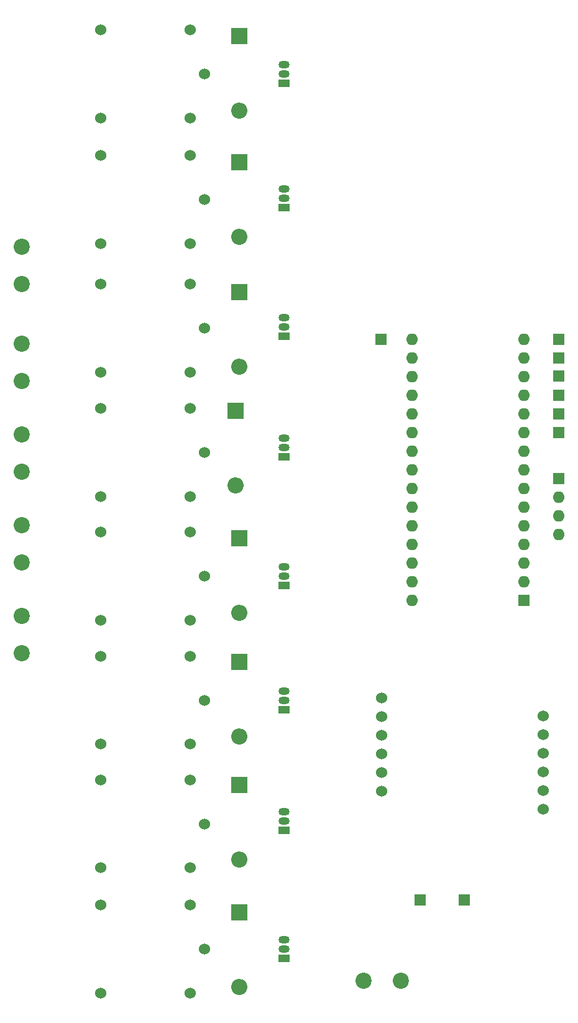
<source format=gbr>
%TF.GenerationSoftware,KiCad,Pcbnew,7.0.5*%
%TF.CreationDate,2024-04-02T13:29:21+05:30*%
%TF.ProjectId,RPFC_V0A,52504643-5f56-4304-912e-6b696361645f,rev?*%
%TF.SameCoordinates,Original*%
%TF.FileFunction,Soldermask,Bot*%
%TF.FilePolarity,Negative*%
%FSLAX46Y46*%
G04 Gerber Fmt 4.6, Leading zero omitted, Abs format (unit mm)*
G04 Created by KiCad (PCBNEW 7.0.5) date 2024-04-02 13:29:21*
%MOMM*%
%LPD*%
G01*
G04 APERTURE LIST*
%ADD10R,1.600000X1.600000*%
%ADD11R,2.200000X2.200000*%
%ADD12O,2.200000X2.200000*%
%ADD13C,2.200000*%
%ADD14R,1.500000X1.050000*%
%ADD15O,1.500000X1.050000*%
%ADD16C,1.524000*%
%ADD17O,1.600000X1.600000*%
G04 APERTURE END LIST*
D10*
%TO.C,H10*%
X80000000Y-150000000D03*
%TD*%
%TO.C,H9*%
X86000000Y-150000000D03*
%TD*%
D11*
%TO.C,D8*%
X55300000Y-151730000D03*
D12*
X55300000Y-161890000D03*
%TD*%
D11*
%TO.C,D1*%
X55300000Y-32320000D03*
D12*
X55300000Y-42480000D03*
%TD*%
D13*
%TO.C,TB5*%
X25700000Y-98960000D03*
X25700000Y-104040000D03*
%TD*%
D12*
%TO.C,D3*%
X55300000Y-77380000D03*
D11*
X55300000Y-67220000D03*
%TD*%
D10*
%TO.C,H8*%
X98825000Y-76170000D03*
%TD*%
D14*
%TO.C,Q4*%
X61400000Y-73200000D03*
D15*
X61400000Y-71930000D03*
X61400000Y-70660000D03*
%TD*%
D16*
%TO.C,SW4*%
X50600000Y-89040000D03*
X48600000Y-83040000D03*
X48600000Y-95040000D03*
X36400000Y-95040000D03*
X36400000Y-83040000D03*
%TD*%
%TO.C,SW7*%
X50600000Y-139650000D03*
X48600000Y-133650000D03*
X48600000Y-145650000D03*
X36400000Y-145650000D03*
X36400000Y-133650000D03*
%TD*%
D14*
%TO.C,Q6*%
X61400000Y-107140000D03*
D15*
X61400000Y-105870000D03*
X61400000Y-104600000D03*
%TD*%
D14*
%TO.C,Q3*%
X61400000Y-55740000D03*
D15*
X61400000Y-54470000D03*
X61400000Y-53200000D03*
%TD*%
D14*
%TO.C,Q1*%
X61400000Y-38770000D03*
D15*
X61400000Y-37500000D03*
X61400000Y-36230000D03*
%TD*%
D16*
%TO.C,SW6*%
X50600000Y-122800000D03*
X48600000Y-116800000D03*
X48600000Y-128800000D03*
X36400000Y-128800000D03*
X36400000Y-116800000D03*
%TD*%
%TO.C,SW8*%
X50600000Y-156700000D03*
X48600000Y-150700000D03*
X48600000Y-162700000D03*
X36400000Y-162700000D03*
X36400000Y-150700000D03*
%TD*%
%TO.C,SW2*%
X50600000Y-54590000D03*
X48600000Y-48590000D03*
X48600000Y-60590000D03*
X36400000Y-60590000D03*
X36400000Y-48590000D03*
%TD*%
D11*
%TO.C,D4*%
X54850000Y-83360000D03*
D12*
X54850000Y-93520000D03*
%TD*%
D13*
%TO.C,TB4*%
X25700000Y-86600000D03*
X25700000Y-91680000D03*
%TD*%
D16*
%TO.C,SW3*%
X36400000Y-66130000D03*
X36400000Y-78130000D03*
X48600000Y-78130000D03*
X48600000Y-66130000D03*
X50600000Y-72130000D03*
%TD*%
%TO.C,SW5*%
X50600000Y-105900000D03*
X48600000Y-99900000D03*
X48600000Y-111900000D03*
X36400000Y-111900000D03*
X36400000Y-99900000D03*
%TD*%
D10*
%TO.C,H7*%
X98825000Y-73630000D03*
%TD*%
%TO.C,A1*%
X94115000Y-109170000D03*
D17*
X94115000Y-106630000D03*
X94115000Y-104090000D03*
X94115000Y-101550000D03*
X94115000Y-99010000D03*
X94115000Y-96470000D03*
X94115000Y-93930000D03*
X94115000Y-91390000D03*
X94115000Y-88850000D03*
X94115000Y-86310000D03*
X94115000Y-83770000D03*
X94115000Y-81230000D03*
X94115000Y-78690000D03*
X94115000Y-76150000D03*
X94115000Y-73610000D03*
X78875000Y-73610000D03*
X78875000Y-76150000D03*
X78875000Y-78690000D03*
X78875000Y-81230000D03*
X78875000Y-83770000D03*
X78875000Y-86310000D03*
X78875000Y-88850000D03*
X78875000Y-91390000D03*
X78875000Y-93930000D03*
X78875000Y-96470000D03*
X78875000Y-99010000D03*
X78875000Y-101550000D03*
X78875000Y-104090000D03*
X78875000Y-106630000D03*
X78875000Y-109170000D03*
%TD*%
D10*
%TO.C,H6*%
X74615000Y-73610000D03*
%TD*%
D14*
%TO.C,Q2*%
X61400000Y-124140000D03*
D15*
X61400000Y-122870000D03*
X61400000Y-121600000D03*
%TD*%
D13*
%TO.C,TB3*%
X25700000Y-74220000D03*
X25700000Y-79300000D03*
%TD*%
D14*
%TO.C,Q8*%
X61400000Y-158000000D03*
D15*
X61400000Y-156730000D03*
X61400000Y-155460000D03*
%TD*%
D13*
%TO.C,TB2*%
X25700000Y-61060000D03*
X25700000Y-66140000D03*
%TD*%
D16*
%TO.C,SW1*%
X50600000Y-37500000D03*
X48600000Y-31500000D03*
X48600000Y-43500000D03*
X36400000Y-43500000D03*
X36400000Y-31500000D03*
%TD*%
D10*
%TO.C,H3*%
X98825000Y-83790000D03*
%TD*%
D16*
%TO.C,U1*%
X74730000Y-122490000D03*
X74730000Y-125030000D03*
X74730000Y-127570000D03*
X74730000Y-130110000D03*
X74730000Y-132650000D03*
X74730000Y-135190000D03*
X96730000Y-137690000D03*
X96730000Y-135150000D03*
X96730000Y-132610000D03*
X96730000Y-130070000D03*
X96730000Y-127530000D03*
X96730000Y-124990000D03*
%TD*%
D10*
%TO.C,H5*%
X98825000Y-78670000D03*
%TD*%
D11*
%TO.C,D7*%
X55300000Y-134320000D03*
D12*
X55300000Y-144480000D03*
%TD*%
D13*
%TO.C,TB6*%
X25700000Y-111360000D03*
X25700000Y-116440000D03*
%TD*%
D14*
%TO.C,Q5*%
X61400000Y-89670000D03*
D15*
X61400000Y-88400000D03*
X61400000Y-87130000D03*
%TD*%
D10*
%TO.C,H2*%
X98825000Y-81250000D03*
%TD*%
D11*
%TO.C,D6*%
X55300000Y-117600000D03*
D12*
X55300000Y-127760000D03*
%TD*%
D11*
%TO.C,D2*%
X55300000Y-49510000D03*
D12*
X55300000Y-59670000D03*
%TD*%
D13*
%TO.C,TB1*%
X72220000Y-160985000D03*
X77300000Y-160985000D03*
%TD*%
D11*
%TO.C,D5*%
X55300000Y-100720000D03*
D12*
X55300000Y-110880000D03*
%TD*%
D10*
%TO.C,H1*%
X98825000Y-92640000D03*
D17*
X98825000Y-95180000D03*
X98825000Y-97720000D03*
X98825000Y-100260000D03*
%TD*%
D10*
%TO.C,H4*%
X98825000Y-86330000D03*
%TD*%
D14*
%TO.C,Q7*%
X61440000Y-140570000D03*
D15*
X61440000Y-139300000D03*
X61440000Y-138030000D03*
%TD*%
M02*

</source>
